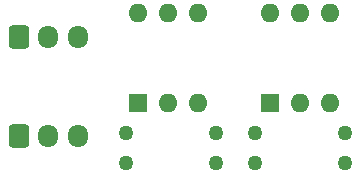
<source format=gbr>
%TF.GenerationSoftware,KiCad,Pcbnew,8.0.2-1*%
%TF.CreationDate,2024-06-03T07:22:45-07:00*%
%TF.ProjectId,H Bridge PCB,48204272-6964-4676-9520-5043422e6b69,rev?*%
%TF.SameCoordinates,Original*%
%TF.FileFunction,Soldermask,Bot*%
%TF.FilePolarity,Negative*%
%FSLAX46Y46*%
G04 Gerber Fmt 4.6, Leading zero omitted, Abs format (unit mm)*
G04 Created by KiCad (PCBNEW 8.0.2-1) date 2024-06-03 07:22:45*
%MOMM*%
%LPD*%
G01*
G04 APERTURE LIST*
G04 Aperture macros list*
%AMRoundRect*
0 Rectangle with rounded corners*
0 $1 Rounding radius*
0 $2 $3 $4 $5 $6 $7 $8 $9 X,Y pos of 4 corners*
0 Add a 4 corners polygon primitive as box body*
4,1,4,$2,$3,$4,$5,$6,$7,$8,$9,$2,$3,0*
0 Add four circle primitives for the rounded corners*
1,1,$1+$1,$2,$3*
1,1,$1+$1,$4,$5*
1,1,$1+$1,$6,$7*
1,1,$1+$1,$8,$9*
0 Add four rect primitives between the rounded corners*
20,1,$1+$1,$2,$3,$4,$5,0*
20,1,$1+$1,$4,$5,$6,$7,0*
20,1,$1+$1,$6,$7,$8,$9,0*
20,1,$1+$1,$8,$9,$2,$3,0*%
G04 Aperture macros list end*
%ADD10C,1.270000*%
%ADD11R,1.600000X1.600000*%
%ADD12O,1.600000X1.600000*%
%ADD13RoundRect,0.250000X-0.600000X-0.725000X0.600000X-0.725000X0.600000X0.725000X-0.600000X0.725000X0*%
%ADD14O,1.700000X1.950000*%
G04 APERTURE END LIST*
D10*
%TO.C,U5*%
X125730000Y-98806000D03*
X125730000Y-101346000D03*
X133350000Y-101346000D03*
X133350000Y-98806000D03*
%TD*%
D11*
%TO.C,U4*%
X126761000Y-96266000D03*
D12*
X129301000Y-96266000D03*
X131841000Y-96266000D03*
X131841000Y-88646000D03*
X129301000Y-88646000D03*
X126761000Y-88646000D03*
%TD*%
D13*
%TO.C,J1*%
X116626000Y-90661000D03*
D14*
X119126000Y-90661000D03*
X121626000Y-90661000D03*
%TD*%
D13*
%TO.C,J2*%
X116626000Y-99043000D03*
D14*
X119126000Y-99043000D03*
X121626000Y-99043000D03*
%TD*%
D11*
%TO.C,U3*%
X137937000Y-96256000D03*
D12*
X140477000Y-96256000D03*
X143017000Y-96256000D03*
X143017000Y-88636000D03*
X140477000Y-88636000D03*
X137937000Y-88636000D03*
%TD*%
D10*
%TO.C,U1*%
X136652000Y-98806000D03*
X136652000Y-101346000D03*
X144272000Y-101346000D03*
X144272000Y-98806000D03*
%TD*%
M02*

</source>
